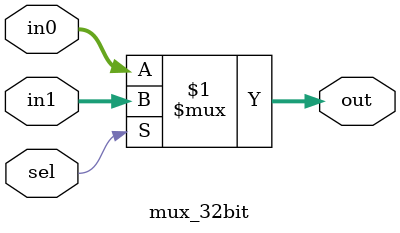
<source format=v>
module mux_32bit(
	input [31:0] in0, in1,
	input sel,
	output [31:0] out
);
	assign out = sel ? in1 : in0;

endmodule
</source>
